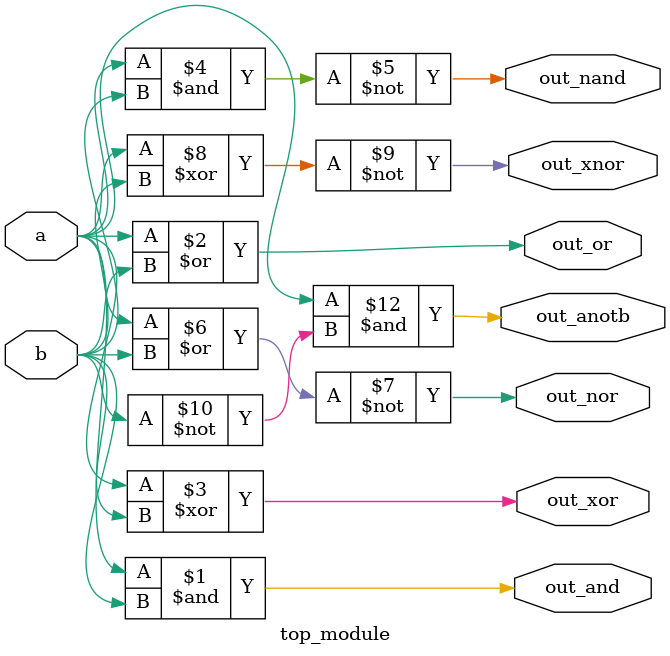
<source format=v>
module top_module( 
    input a, b,
    output out_and,
    output out_or,
    output out_xor,
    output out_nand,
    output out_nor,
    output out_xnor,
    output out_anotb
);
assign out_and= a & b;
assign out_or=a | b;
assign out_xor= a ^ b;
    assign out_nand= ~(a & b);
        assign out_nor= ~(a| b);
    assign out_xnor= ~(a ^ b);
    assign out_anotb= a &-(~ b);
endmodule

</source>
